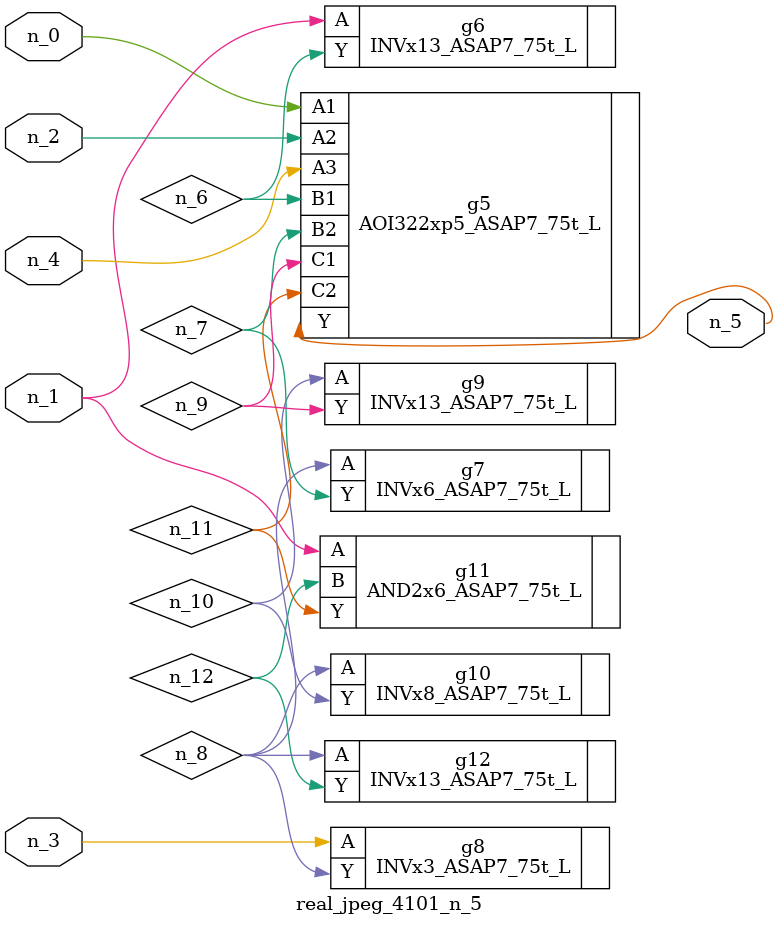
<source format=v>
module real_jpeg_4101_n_5 (n_4, n_0, n_1, n_2, n_3, n_5);

input n_4;
input n_0;
input n_1;
input n_2;
input n_3;

output n_5;

wire n_12;
wire n_8;
wire n_11;
wire n_6;
wire n_7;
wire n_10;
wire n_9;

AOI322xp5_ASAP7_75t_L g5 ( 
.A1(n_0),
.A2(n_2),
.A3(n_4),
.B1(n_6),
.B2(n_7),
.C1(n_9),
.C2(n_11),
.Y(n_5)
);

INVx13_ASAP7_75t_L g6 ( 
.A(n_1),
.Y(n_6)
);

AND2x6_ASAP7_75t_L g11 ( 
.A(n_1),
.B(n_12),
.Y(n_11)
);

INVx3_ASAP7_75t_L g8 ( 
.A(n_3),
.Y(n_8)
);

INVx6_ASAP7_75t_L g7 ( 
.A(n_8),
.Y(n_7)
);

INVx8_ASAP7_75t_L g10 ( 
.A(n_8),
.Y(n_10)
);

INVx13_ASAP7_75t_L g12 ( 
.A(n_8),
.Y(n_12)
);

INVx13_ASAP7_75t_L g9 ( 
.A(n_10),
.Y(n_9)
);


endmodule
</source>
